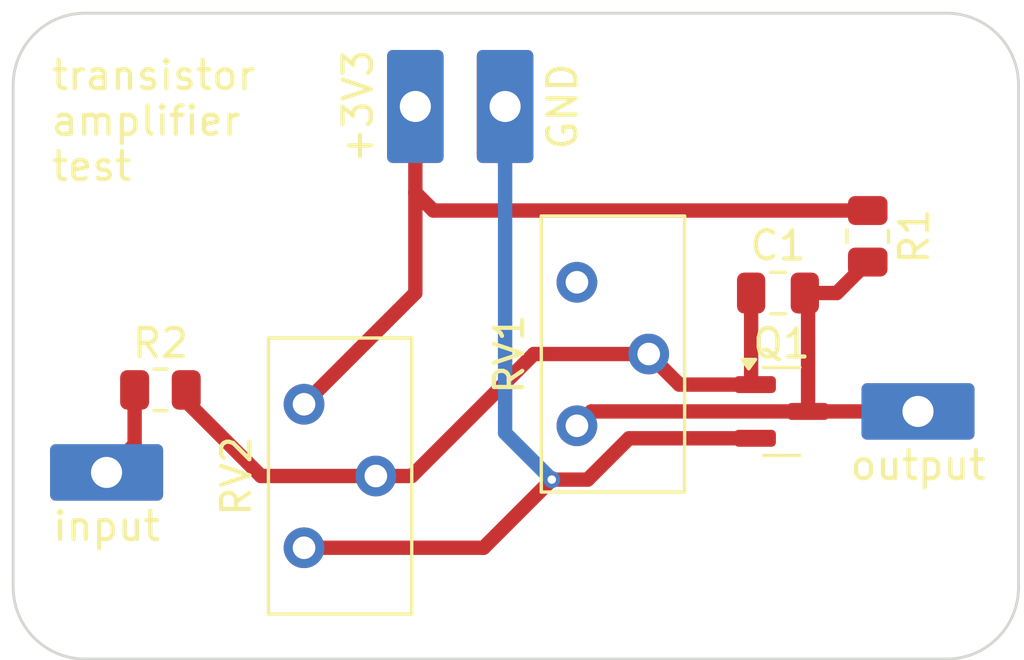
<source format=kicad_pcb>
(kicad_pcb (version 20240108) (generator "pcbnew") (generator_version "8.0")
  (title_block (title "Amplifier Test") (date "2024-05-06") (rev "1.0") (comment 8 "Amplifier Test") (comment 9 "Tim Goll"))
  (layers (0 "F.Cu" signal) (31 "B.Cu" signal) (34 "B.Paste" user) (35 "F.Paste" user) (36 "B.SilkS" user "B.Silkscreen") (37 "F.SilkS" user "F.Silkscreen") (38 "B.Mask" user) (39 "F.Mask" user) (44 "Edge.Cuts" user))
  (net 0 "")
  (net 1 "/output")
  (net 2 "Net-(Q1-B)")
  (net 3 "GND")
  (net 4 "+3V3")
  (net 5 "/input")
  (footprint "#TimGollLib:solder_connector" (layer "F.Cu") (at 49.022 81.026 90)
    (property "Reference" "J1" (hide yes))
    (property "Value" "SolderPad")
    (pad "1" thru_hole roundrect (at 0 0 90) (size 2 4) (drill 1.1) (layers "*.Cu" "*.Mask") (roundrect_rratio 0.1) (net 5 "/input"))
  )
  (footprint "Potentiometer_THT:Potentiometer_Bourns_3296Y_Vertical" (layer "F.Cu") (at 65.659 74.295 90)
    (property "Reference" "RV1" (at -2.54 -2.39 270) (layer "F.SilkS"))
    (property "Value" "100k")
    (fp_line (start 2.345 -1.26) (end 2.345 3.81) (stroke (width 0.12)) (layer "F.SilkS"))
    (fp_line (start -7.425 -1.26) (end 2.345 -1.26) (stroke (width 0.12)) (layer "F.SilkS"))
    (fp_line (start -7.425 -1.26) (end -7.425 3.81) (stroke (width 0.12)) (layer "F.SilkS"))
    (fp_line (start -7.425 3.81) (end 2.345 3.81) (stroke (width 0.12)) (layer "F.SilkS"))
    (pad "1" thru_hole circle (at 0 0 90) (size 1.44 1.44) (drill 0.8) (layers "*.Cu" "*.Mask"))
    (pad "2" thru_hole circle (at -2.54 2.54 90) (size 1.44 1.44) (drill 0.8) (layers "*.Cu" "*.Mask") (net 2 "Net-(Q1-B)"))
    (pad "3" thru_hole circle (at -5.08 0 90) (size 1.44 1.44) (drill 0.8) (layers "*.Cu" "*.Mask") (net 1 "/output"))
  )
  (footprint "Resistor_SMD:R_0805_2012Metric" (layer "F.Cu") (at 50.927 78.105)
    (property "Reference" "R2" (at 0 -1.65 0) (layer "F.SilkS"))
    (property "Value" "2k2")
    (fp_line (start -0.227064 -0.735) (end 0.227064 -0.735) (stroke (width 0.12)) (layer "F.SilkS"))
    (fp_line (start -0.227064 0.735) (end 0.227064 0.735) (stroke (width 0.12)) (layer "F.SilkS"))
    (pad "1" smd roundrect (at -0.9125 0) (size 1.025 1.4) (layers "F.Cu" "F.Paste" "F.Mask") (roundrect_rratio 0.243902) (net 5 "/input"))
    (pad "2" smd roundrect (at 0.9125 0) (size 1.025 1.4) (layers "F.Cu" "F.Paste" "F.Mask") (roundrect_rratio 0.243902) (net 2 "Net-(Q1-B)"))
  )
  (footprint "Resistor_SMD:R_0805_2012Metric" (layer "F.Cu") (at 75.946 72.6675 -90)
    (property "Reference" "R1" (at 0 -1.65 90) (layer "F.SilkS"))
    (property "Value" "470")
    (fp_line (start -0.227064 0.735) (end 0.227064 0.735) (stroke (width 0.12)) (layer "F.SilkS"))
    (fp_line (start -0.227064 -0.735) (end 0.227064 -0.735) (stroke (width 0.12)) (layer "F.SilkS"))
    (pad "1" smd roundrect (at -0.9125 0 270) (size 1.025 1.4) (layers "F.Cu" "F.Paste" "F.Mask") (roundrect_rratio 0.243902) (net 4 "+3V3"))
    (pad "2" smd roundrect (at 0.9125 0 270) (size 1.025 1.4) (layers "F.Cu" "F.Paste" "F.Mask") (roundrect_rratio 0.243902) (net 1 "/output"))
  )
  (footprint "Package_TO_SOT_SMD:SOT-23" (layer "F.Cu") (at 72.898 78.867)
    (property "Reference" "Q1" (at 0 -2.4 0) (layer "F.SilkS"))
    (property "Value" "S8050")
    (fp_line (start 0 -1.56) (end -0.65 -1.56) (stroke (width 0.12)) (layer "F.SilkS"))
    (fp_line (start 0 -1.56) (end 0.65 -1.56) (stroke (width 0.12)) (layer "F.SilkS"))
    (fp_line (start 0 1.56) (end -0.65 1.56) (stroke (width 0.12)) (layer "F.SilkS"))
    (fp_line (start 0 1.56) (end 0.65 1.56) (stroke (width 0.12)) (layer "F.SilkS"))
    (fp_poly (pts (xy -1.1625 -1.51) (xy -1.4025 -1.84) (xy -0.9225 -1.84) (xy -1.1625 -1.51)) (stroke (width 0.12)) (fill solid) (layer "F.SilkS"))
    (pad "1" smd roundrect (at -0.9375 -0.95) (size 1.475 0.6) (layers "F.Cu" "F.Paste" "F.Mask") (net 2 "Net-(Q1-B)"))
    (pad "2" smd roundrect (at -0.9375 0.95) (size 1.475 0.6) (layers "F.Cu" "F.Paste" "F.Mask") (net 3 "GND"))
    (pad "3" smd roundrect (at 0.9375 0) (size 1.475 0.6) (layers "F.Cu" "F.Paste" "F.Mask") (net 1 "/output"))
  )
  (footprint "#TimGollLib:solder_connector" (layer "F.Cu") (at 59.944 68.072)
    (property "Reference" "J3" (hide yes))
    (property "Value" "SolderPad")
    (pad "1" thru_hole roundrect (at 0 0) (size 2 4) (drill 1.1) (layers "*.Cu" "*.Mask") (roundrect_rratio 0.1) (net 4 "+3V3"))
  )
  (footprint "#TimGollLib:solder_connector" (layer "F.Cu") (at 63.119 68.072)
    (property "Reference" "J4" (hide yes))
    (property "Value" "SolderPad")
    (pad "1" thru_hole roundrect (at 0 0) (size 2 4) (drill 1.1) (layers "*.Cu" "*.Mask") (roundrect_rratio 0.1) (net 3 "GND"))
  )
  (footprint "#TimGollLib:solder_connector" (layer "F.Cu") (at 77.724 78.867 -90)
    (property "Reference" "J2" (hide yes))
    (property "Value" "SolderPad")
    (pad "1" thru_hole roundrect (at 0 0 270) (size 2 4) (drill 1.1) (layers "*.Cu" "*.Mask") (roundrect_rratio 0.1) (net 1 "/output"))
  )
  (footprint "Capacitor_SMD:C_0805_2012Metric" (layer "F.Cu") (at 72.771 74.676)
    (property "Reference" "C1" (at 0 -1.68 0) (layer "F.SilkS"))
    (property "Value" "1n")
    (fp_line (start -0.261252 -0.735) (end 0.261252 -0.735) (stroke (width 0.12)) (layer "F.SilkS"))
    (fp_line (start -0.261252 0.735) (end 0.261252 0.735) (stroke (width 0.12)) (layer "F.SilkS"))
    (pad "1" smd roundrect (at -0.95 0) (size 1 1.45) (layers "F.Cu" "F.Paste" "F.Mask") (net 2 "Net-(Q1-B)"))
    (pad "2" smd roundrect (at 0.95 0) (size 1 1.45) (layers "F.Cu" "F.Paste" "F.Mask") (net 1 "/output"))
  )
  (footprint "Potentiometer_THT:Potentiometer_Bourns_3296Y_Vertical" (layer "F.Cu") (at 56.007 78.613 90)
    (property "Reference" "RV2" (at -2.54 -2.39 270) (layer "F.SilkS"))
    (property "Value" "100k")
    (fp_line (start 2.345 -1.26) (end 2.345 3.81) (stroke (width 0.12)) (layer "F.SilkS"))
    (fp_line (start -7.425 -1.26) (end 2.345 -1.26) (stroke (width 0.12)) (layer "F.SilkS"))
    (fp_line (start -7.425 -1.26) (end -7.425 3.81) (stroke (width 0.12)) (layer "F.SilkS"))
    (fp_line (start -7.425 3.81) (end 2.345 3.81) (stroke (width 0.12)) (layer "F.SilkS"))
    (pad "1" thru_hole circle (at 0 0 90) (size 1.44 1.44) (drill 0.8) (layers "*.Cu" "*.Mask") (net 4 "+3V3"))
    (pad "2" thru_hole circle (at -2.54 2.54 90) (size 1.44 1.44) (drill 0.8) (layers "*.Cu" "*.Mask") (net 2 "Net-(Q1-B)"))
    (pad "3" thru_hole circle (at -5.08 0 90) (size 1.44 1.44) (drill 0.8) (layers "*.Cu" "*.Mask") (net 3 "GND"))
  )
  (gr_arc (start 45.72 67.31) (mid 46.463949 65.513949) (end 48.26 64.77) (stroke (width 0.1)) (layer "Edge.Cuts"))
  (gr_arc (start 48.26 87.63) (mid 46.463949 86.886051) (end 45.72 85.09) (stroke (width 0.1)) (layer "Edge.Cuts"))
  (gr_line (start 78.74 87.63) (end 48.26 87.63) (stroke (width 0.1)) (layer "Edge.Cuts"))
  (gr_arc (start 81.28 85.09) (mid 80.536051 86.886051) (end 78.74 87.63) (stroke (width 0.1)) (layer "Edge.Cuts"))
  (gr_line (start 81.28 67.31) (end 81.28 85.09) (stroke (width 0.1)) (layer "Edge.Cuts"))
  (gr_arc (start 78.74 64.77) (mid 80.536051 65.513949) (end 81.28 67.31) (stroke (width 0.1)) (layer "Edge.Cuts"))
  (gr_line (start 48.26 64.77) (end 78.74 64.77) (stroke (width 0.1)) (layer "Edge.Cuts"))
  (gr_line (start 45.72 67.31) (end 45.72 85.09) (stroke (width 0.1)) (layer "Edge.Cuts"))
  (gr_text "GND" (at 65.151 68.072 90) (layer "F.SilkS") (effects (font (size 1 1))))
  (gr_text "input" (at 49.022 82.931 0) (layer "F.SilkS") (effects (font (size 1 1))))
  (gr_text "output" (at 77.724 80.772 0) (layer "F.SilkS") (effects (font (size 1 1))))
  (gr_text "transistor\namplifier\ntest" (at 46.99 68.58 0) (layer "F.SilkS") (effects (font (size 1 1)) (justify left)))
  (gr_text "+3V3" (at 57.912 68.072 90) (layer "F.SilkS") (effects (font (size 1 1))))
  (segment (start 73.8355 78.867) (end 73.8355 74.7905) (width 0.508) (layer "F.Cu") (net 1))
  (segment (start 73.8355 78.867) (end 77.724 78.867) (width 0.508) (layer "F.Cu") (net 1))
  (segment (start 73.721 74.676) (end 74.85 74.676) (width 0.508) (layer "F.Cu") (net 1))
  (segment (start 65.659 79.375) (end 66.167 78.867) (width 0.508) (layer "F.Cu") (net 1))
  (segment (start 74.85 74.676) (end 75.946 73.58) (width 0.508) (layer "F.Cu") (net 1))
  (segment (start 73.8355 74.7905) (end 73.721 74.676) (width 0.508) (layer "F.Cu") (net 1))
  (segment (start 66.167 78.867) (end 73.8355 78.867) (width 0.508) (layer "F.Cu") (net 1))
  (segment (start 71.821 77.7775) (end 71.9605 77.917) (width 0.508) (layer "F.Cu") (net 2))
  (segment (start 71.9605 77.917) (end 69.281 77.917) (width 0.508) (layer "F.Cu") (net 2))
  (segment (start 58.547 81.153) (end 59.817 81.153) (width 0.508) (layer "F.Cu") (net 2))
  (segment (start 58.547 81.153) (end 54.483 81.153) (width 0.508) (layer "F.Cu") (net 2))
  (segment (start 51.8395 78.5095) (end 51.8395 78.105) (width 0.508) (layer "F.Cu") (net 2))
  (segment (start 59.817 81.153) (end 64.135 76.835) (width 0.508) (layer "F.Cu") (net 2))
  (segment (start 64.135 76.835) (end 68.199 76.835) (width 0.508) (layer "F.Cu") (net 2))
  (segment (start 71.821 74.676) (end 71.821 77.7775) (width 0.508) (layer "F.Cu") (net 2))
  (segment (start 54.483 81.153) (end 51.8395 78.5095) (width 0.508) (layer "F.Cu") (net 2))
  (segment (start 69.281 77.917) (end 68.199 76.835) (width 0.508) (layer "F.Cu") (net 2))
  (segment (start 56.007 83.693) (end 62.357 83.693) (width 0.508) (layer "F.Cu") (net 3))
  (segment (start 66.04 81.28) (end 67.503 79.817) (width 0.508) (layer "F.Cu") (net 3))
  (segment (start 62.357 83.693) (end 64.77 81.28) (width 0.508) (layer "F.Cu") (net 3))
  (segment (start 67.503 79.817) (end 71.9605 79.817) (width 0.508) (layer "F.Cu") (net 3))
  (segment (start 64.77 81.28) (end 66.04 81.28) (width 0.508) (layer "F.Cu") (net 3))
  (via (at 64.77 81.28) (size 0.6) (drill 0.3) (layers "F.Cu" "B.Cu") (net 3))
  (segment (start 63.119 79.629) (end 64.77 81.28) (width 0.508) (layer "B.Cu") (net 3))
  (segment (start 63.119 68.072) (end 63.119 79.629) (width 0.508) (layer "B.Cu") (net 3))
  (segment (start 59.944 68.072) (end 59.944 71.12) (width 0.508) (layer "F.Cu") (net 4))
  (segment (start 75.946 71.755) (end 60.579 71.755) (width 0.508) (layer "F.Cu") (net 4))
  (segment (start 59.944 74.676) (end 56.007 78.613) (width 0.508) (layer "F.Cu") (net 4))
  (segment (start 60.579 71.755) (end 59.944 71.12) (width 0.508) (layer "F.Cu") (net 4))
  (segment (start 59.944 71.12) (end 59.944 74.676) (width 0.508) (layer "F.Cu") (net 4))
  (segment (start 50.0145 78.105) (end 50.0145 80.0335) (width 0.508) (layer "F.Cu") (net 5))
  (segment (start 50.0145 80.0335) (end 49.022 81.026) (width 0.508) (layer "F.Cu") (net 5))
)
</source>
